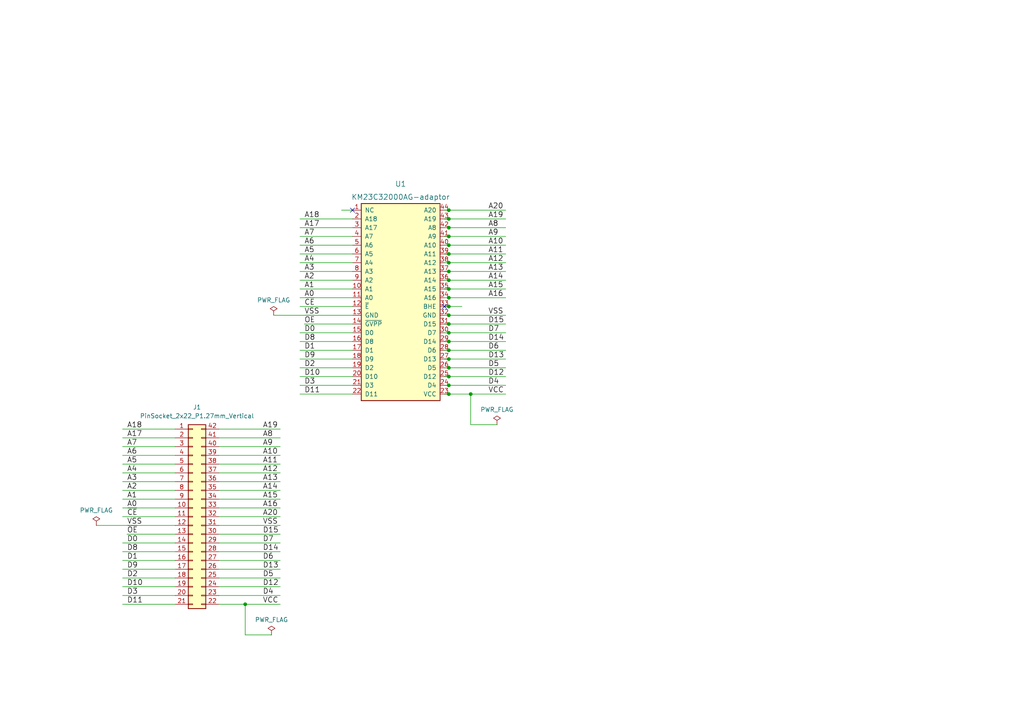
<source format=kicad_sch>
(kicad_sch (version 20211123) (generator eeschema)

  (uuid e63e39d7-6ac0-4ffd-8aa3-1841a4541b55)

  (paper "A4")

  (lib_symbols
    (symbol "Connector_Generic:Conn_02x21_Counter_Clockwise" (pin_names (offset 1.016) hide) (in_bom yes) (on_board yes)
      (property "Reference" "J" (id 0) (at 1.27 27.94 0)
        (effects (font (size 1.27 1.27)))
      )
      (property "Value" "Conn_02x21_Counter_Clockwise" (id 1) (at 1.27 -27.94 0)
        (effects (font (size 1.27 1.27)))
      )
      (property "Footprint" "" (id 2) (at 0 0 0)
        (effects (font (size 1.27 1.27)) hide)
      )
      (property "Datasheet" "~" (id 3) (at 0 0 0)
        (effects (font (size 1.27 1.27)) hide)
      )
      (property "ki_keywords" "connector" (id 4) (at 0 0 0)
        (effects (font (size 1.27 1.27)) hide)
      )
      (property "ki_description" "Generic connector, double row, 02x21, counter clockwise pin numbering scheme (similar to DIP packge numbering), script generated (kicad-library-utils/schlib/autogen/connector/)" (id 5) (at 0 0 0)
        (effects (font (size 1.27 1.27)) hide)
      )
      (property "ki_fp_filters" "Connector*:*_2x??_*" (id 6) (at 0 0 0)
        (effects (font (size 1.27 1.27)) hide)
      )
      (symbol "Conn_02x21_Counter_Clockwise_1_1"
        (rectangle (start -1.27 -25.273) (end 0 -25.527)
          (stroke (width 0.1524) (type default) (color 0 0 0 0))
          (fill (type none))
        )
        (rectangle (start -1.27 -22.733) (end 0 -22.987)
          (stroke (width 0.1524) (type default) (color 0 0 0 0))
          (fill (type none))
        )
        (rectangle (start -1.27 -20.193) (end 0 -20.447)
          (stroke (width 0.1524) (type default) (color 0 0 0 0))
          (fill (type none))
        )
        (rectangle (start -1.27 -17.653) (end 0 -17.907)
          (stroke (width 0.1524) (type default) (color 0 0 0 0))
          (fill (type none))
        )
        (rectangle (start -1.27 -15.113) (end 0 -15.367)
          (stroke (width 0.1524) (type default) (color 0 0 0 0))
          (fill (type none))
        )
        (rectangle (start -1.27 -12.573) (end 0 -12.827)
          (stroke (width 0.1524) (type default) (color 0 0 0 0))
          (fill (type none))
        )
        (rectangle (start -1.27 -10.033) (end 0 -10.287)
          (stroke (width 0.1524) (type default) (color 0 0 0 0))
          (fill (type none))
        )
        (rectangle (start -1.27 -7.493) (end 0 -7.747)
          (stroke (width 0.1524) (type default) (color 0 0 0 0))
          (fill (type none))
        )
        (rectangle (start -1.27 -4.953) (end 0 -5.207)
          (stroke (width 0.1524) (type default) (color 0 0 0 0))
          (fill (type none))
        )
        (rectangle (start -1.27 -2.413) (end 0 -2.667)
          (stroke (width 0.1524) (type default) (color 0 0 0 0))
          (fill (type none))
        )
        (rectangle (start -1.27 0.127) (end 0 -0.127)
          (stroke (width 0.1524) (type default) (color 0 0 0 0))
          (fill (type none))
        )
        (rectangle (start -1.27 2.667) (end 0 2.413)
          (stroke (width 0.1524) (type default) (color 0 0 0 0))
          (fill (type none))
        )
        (rectangle (start -1.27 5.207) (end 0 4.953)
          (stroke (width 0.1524) (type default) (color 0 0 0 0))
          (fill (type none))
        )
        (rectangle (start -1.27 7.747) (end 0 7.493)
          (stroke (width 0.1524) (type default) (color 0 0 0 0))
          (fill (type none))
        )
        (rectangle (start -1.27 10.287) (end 0 10.033)
          (stroke (width 0.1524) (type default) (color 0 0 0 0))
          (fill (type none))
        )
        (rectangle (start -1.27 12.827) (end 0 12.573)
          (stroke (width 0.1524) (type default) (color 0 0 0 0))
          (fill (type none))
        )
        (rectangle (start -1.27 15.367) (end 0 15.113)
          (stroke (width 0.1524) (type default) (color 0 0 0 0))
          (fill (type none))
        )
        (rectangle (start -1.27 17.907) (end 0 17.653)
          (stroke (width 0.1524) (type default) (color 0 0 0 0))
          (fill (type none))
        )
        (rectangle (start -1.27 20.447) (end 0 20.193)
          (stroke (width 0.1524) (type default) (color 0 0 0 0))
          (fill (type none))
        )
        (rectangle (start -1.27 22.987) (end 0 22.733)
          (stroke (width 0.1524) (type default) (color 0 0 0 0))
          (fill (type none))
        )
        (rectangle (start -1.27 25.527) (end 0 25.273)
          (stroke (width 0.1524) (type default) (color 0 0 0 0))
          (fill (type none))
        )
        (rectangle (start -1.27 26.67) (end 3.81 -26.67)
          (stroke (width 0.254) (type default) (color 0 0 0 0))
          (fill (type background))
        )
        (rectangle (start 3.81 -25.273) (end 2.54 -25.527)
          (stroke (width 0.1524) (type default) (color 0 0 0 0))
          (fill (type none))
        )
        (rectangle (start 3.81 -22.733) (end 2.54 -22.987)
          (stroke (width 0.1524) (type default) (color 0 0 0 0))
          (fill (type none))
        )
        (rectangle (start 3.81 -20.193) (end 2.54 -20.447)
          (stroke (width 0.1524) (type default) (color 0 0 0 0))
          (fill (type none))
        )
        (rectangle (start 3.81 -17.653) (end 2.54 -17.907)
          (stroke (width 0.1524) (type default) (color 0 0 0 0))
          (fill (type none))
        )
        (rectangle (start 3.81 -15.113) (end 2.54 -15.367)
          (stroke (width 0.1524) (type default) (color 0 0 0 0))
          (fill (type none))
        )
        (rectangle (start 3.81 -12.573) (end 2.54 -12.827)
          (stroke (width 0.1524) (type default) (color 0 0 0 0))
          (fill (type none))
        )
        (rectangle (start 3.81 -10.033) (end 2.54 -10.287)
          (stroke (width 0.1524) (type default) (color 0 0 0 0))
          (fill (type none))
        )
        (rectangle (start 3.81 -7.493) (end 2.54 -7.747)
          (stroke (width 0.1524) (type default) (color 0 0 0 0))
          (fill (type none))
        )
        (rectangle (start 3.81 -4.953) (end 2.54 -5.207)
          (stroke (width 0.1524) (type default) (color 0 0 0 0))
          (fill (type none))
        )
        (rectangle (start 3.81 -2.413) (end 2.54 -2.667)
          (stroke (width 0.1524) (type default) (color 0 0 0 0))
          (fill (type none))
        )
        (rectangle (start 3.81 0.127) (end 2.54 -0.127)
          (stroke (width 0.1524) (type default) (color 0 0 0 0))
          (fill (type none))
        )
        (rectangle (start 3.81 2.667) (end 2.54 2.413)
          (stroke (width 0.1524) (type default) (color 0 0 0 0))
          (fill (type none))
        )
        (rectangle (start 3.81 5.207) (end 2.54 4.953)
          (stroke (width 0.1524) (type default) (color 0 0 0 0))
          (fill (type none))
        )
        (rectangle (start 3.81 7.747) (end 2.54 7.493)
          (stroke (width 0.1524) (type default) (color 0 0 0 0))
          (fill (type none))
        )
        (rectangle (start 3.81 10.287) (end 2.54 10.033)
          (stroke (width 0.1524) (type default) (color 0 0 0 0))
          (fill (type none))
        )
        (rectangle (start 3.81 12.827) (end 2.54 12.573)
          (stroke (width 0.1524) (type default) (color 0 0 0 0))
          (fill (type none))
        )
        (rectangle (start 3.81 15.367) (end 2.54 15.113)
          (stroke (width 0.1524) (type default) (color 0 0 0 0))
          (fill (type none))
        )
        (rectangle (start 3.81 17.907) (end 2.54 17.653)
          (stroke (width 0.1524) (type default) (color 0 0 0 0))
          (fill (type none))
        )
        (rectangle (start 3.81 20.447) (end 2.54 20.193)
          (stroke (width 0.1524) (type default) (color 0 0 0 0))
          (fill (type none))
        )
        (rectangle (start 3.81 22.987) (end 2.54 22.733)
          (stroke (width 0.1524) (type default) (color 0 0 0 0))
          (fill (type none))
        )
        (rectangle (start 3.81 25.527) (end 2.54 25.273)
          (stroke (width 0.1524) (type default) (color 0 0 0 0))
          (fill (type none))
        )
        (pin passive line (at -5.08 25.4 0) (length 3.81)
          (name "Pin_1" (effects (font (size 1.27 1.27))))
          (number "1" (effects (font (size 1.27 1.27))))
        )
        (pin passive line (at -5.08 2.54 0) (length 3.81)
          (name "Pin_10" (effects (font (size 1.27 1.27))))
          (number "10" (effects (font (size 1.27 1.27))))
        )
        (pin passive line (at -5.08 0 0) (length 3.81)
          (name "Pin_11" (effects (font (size 1.27 1.27))))
          (number "11" (effects (font (size 1.27 1.27))))
        )
        (pin passive line (at -5.08 -2.54 0) (length 3.81)
          (name "Pin_12" (effects (font (size 1.27 1.27))))
          (number "12" (effects (font (size 1.27 1.27))))
        )
        (pin passive line (at -5.08 -5.08 0) (length 3.81)
          (name "Pin_13" (effects (font (size 1.27 1.27))))
          (number "13" (effects (font (size 1.27 1.27))))
        )
        (pin passive line (at -5.08 -7.62 0) (length 3.81)
          (name "Pin_14" (effects (font (size 1.27 1.27))))
          (number "14" (effects (font (size 1.27 1.27))))
        )
        (pin passive line (at -5.08 -10.16 0) (length 3.81)
          (name "Pin_15" (effects (font (size 1.27 1.27))))
          (number "15" (effects (font (size 1.27 1.27))))
        )
        (pin passive line (at -5.08 -12.7 0) (length 3.81)
          (name "Pin_16" (effects (font (size 1.27 1.27))))
          (number "16" (effects (font (size 1.27 1.27))))
        )
        (pin passive line (at -5.08 -15.24 0) (length 3.81)
          (name "Pin_17" (effects (font (size 1.27 1.27))))
          (number "17" (effects (font (size 1.27 1.27))))
        )
        (pin passive line (at -5.08 -17.78 0) (length 3.81)
          (name "Pin_18" (effects (font (size 1.27 1.27))))
          (number "18" (effects (font (size 1.27 1.27))))
        )
        (pin passive line (at -5.08 -20.32 0) (length 3.81)
          (name "Pin_19" (effects (font (size 1.27 1.27))))
          (number "19" (effects (font (size 1.27 1.27))))
        )
        (pin passive line (at -5.08 22.86 0) (length 3.81)
          (name "Pin_2" (effects (font (size 1.27 1.27))))
          (number "2" (effects (font (size 1.27 1.27))))
        )
        (pin passive line (at -5.08 -22.86 0) (length 3.81)
          (name "Pin_20" (effects (font (size 1.27 1.27))))
          (number "20" (effects (font (size 1.27 1.27))))
        )
        (pin passive line (at -5.08 -25.4 0) (length 3.81)
          (name "Pin_21" (effects (font (size 1.27 1.27))))
          (number "21" (effects (font (size 1.27 1.27))))
        )
        (pin passive line (at 7.62 -25.4 180) (length 3.81)
          (name "Pin_22" (effects (font (size 1.27 1.27))))
          (number "22" (effects (font (size 1.27 1.27))))
        )
        (pin passive line (at 7.62 -22.86 180) (length 3.81)
          (name "Pin_23" (effects (font (size 1.27 1.27))))
          (number "23" (effects (font (size 1.27 1.27))))
        )
        (pin passive line (at 7.62 -20.32 180) (length 3.81)
          (name "Pin_24" (effects (font (size 1.27 1.27))))
          (number "24" (effects (font (size 1.27 1.27))))
        )
        (pin passive line (at 7.62 -17.78 180) (length 3.81)
          (name "Pin_25" (effects (font (size 1.27 1.27))))
          (number "25" (effects (font (size 1.27 1.27))))
        )
        (pin passive line (at 7.62 -15.24 180) (length 3.81)
          (name "Pin_26" (effects (font (size 1.27 1.27))))
          (number "26" (effects (font (size 1.27 1.27))))
        )
        (pin passive line (at 7.62 -12.7 180) (length 3.81)
          (name "Pin_27" (effects (font (size 1.27 1.27))))
          (number "27" (effects (font (size 1.27 1.27))))
        )
        (pin passive line (at 7.62 -10.16 180) (length 3.81)
          (name "Pin_28" (effects (font (size 1.27 1.27))))
          (number "28" (effects (font (size 1.27 1.27))))
        )
        (pin passive line (at 7.62 -7.62 180) (length 3.81)
          (name "Pin_29" (effects (font (size 1.27 1.27))))
          (number "29" (effects (font (size 1.27 1.27))))
        )
        (pin passive line (at -5.08 20.32 0) (length 3.81)
          (name "Pin_3" (effects (font (size 1.27 1.27))))
          (number "3" (effects (font (size 1.27 1.27))))
        )
        (pin passive line (at 7.62 -5.08 180) (length 3.81)
          (name "Pin_30" (effects (font (size 1.27 1.27))))
          (number "30" (effects (font (size 1.27 1.27))))
        )
        (pin passive line (at 7.62 -2.54 180) (length 3.81)
          (name "Pin_31" (effects (font (size 1.27 1.27))))
          (number "31" (effects (font (size 1.27 1.27))))
        )
        (pin passive line (at 7.62 0 180) (length 3.81)
          (name "Pin_32" (effects (font (size 1.27 1.27))))
          (number "32" (effects (font (size 1.27 1.27))))
        )
        (pin passive line (at 7.62 2.54 180) (length 3.81)
          (name "Pin_33" (effects (font (size 1.27 1.27))))
          (number "33" (effects (font (size 1.27 1.27))))
        )
        (pin passive line (at 7.62 5.08 180) (length 3.81)
          (name "Pin_34" (effects (font (size 1.27 1.27))))
          (number "34" (effects (font (size 1.27 1.27))))
        )
        (pin passive line (at 7.62 7.62 180) (length 3.81)
          (name "Pin_35" (effects (font (size 1.27 1.27))))
          (number "35" (effects (font (size 1.27 1.27))))
        )
        (pin passive line (at 7.62 10.16 180) (length 3.81)
          (name "Pin_36" (effects (font (size 1.27 1.27))))
          (number "36" (effects (font (size 1.27 1.27))))
        )
        (pin passive line (at 7.62 12.7 180) (length 3.81)
          (name "Pin_37" (effects (font (size 1.27 1.27))))
          (number "37" (effects (font (size 1.27 1.27))))
        )
        (pin passive line (at 7.62 15.24 180) (length 3.81)
          (name "Pin_38" (effects (font (size 1.27 1.27))))
          (number "38" (effects (font (size 1.27 1.27))))
        )
        (pin passive line (at 7.62 17.78 180) (length 3.81)
          (name "Pin_39" (effects (font (size 1.27 1.27))))
          (number "39" (effects (font (size 1.27 1.27))))
        )
        (pin passive line (at -5.08 17.78 0) (length 3.81)
          (name "Pin_4" (effects (font (size 1.27 1.27))))
          (number "4" (effects (font (size 1.27 1.27))))
        )
        (pin passive line (at 7.62 20.32 180) (length 3.81)
          (name "Pin_40" (effects (font (size 1.27 1.27))))
          (number "40" (effects (font (size 1.27 1.27))))
        )
        (pin passive line (at 7.62 22.86 180) (length 3.81)
          (name "Pin_41" (effects (font (size 1.27 1.27))))
          (number "41" (effects (font (size 1.27 1.27))))
        )
        (pin passive line (at 7.62 25.4 180) (length 3.81)
          (name "Pin_42" (effects (font (size 1.27 1.27))))
          (number "42" (effects (font (size 1.27 1.27))))
        )
        (pin passive line (at -5.08 15.24 0) (length 3.81)
          (name "Pin_5" (effects (font (size 1.27 1.27))))
          (number "5" (effects (font (size 1.27 1.27))))
        )
        (pin passive line (at -5.08 12.7 0) (length 3.81)
          (name "Pin_6" (effects (font (size 1.27 1.27))))
          (number "6" (effects (font (size 1.27 1.27))))
        )
        (pin passive line (at -5.08 10.16 0) (length 3.81)
          (name "Pin_7" (effects (font (size 1.27 1.27))))
          (number "7" (effects (font (size 1.27 1.27))))
        )
        (pin passive line (at -5.08 7.62 0) (length 3.81)
          (name "Pin_8" (effects (font (size 1.27 1.27))))
          (number "8" (effects (font (size 1.27 1.27))))
        )
        (pin passive line (at -5.08 5.08 0) (length 3.81)
          (name "Pin_9" (effects (font (size 1.27 1.27))))
          (number "9" (effects (font (size 1.27 1.27))))
        )
      )
    )
    (symbol "TSOP-48-breakout-board:KM23C32000AG-adaptor" (pin_names (offset 1.016)) (in_bom yes) (on_board yes)
      (property "Reference" "U?" (id 0) (at -2.54 13.335 0)
        (effects (font (size 1.524 1.524)))
      )
      (property "Value" "KM23C32000AG-adaptor" (id 1) (at -2.54 -53.975 0)
        (effects (font (size 1.524 1.524)))
      )
      (property "Footprint" "Library:27C322 Adaptor" (id 2) (at 0 0 0)
        (effects (font (size 1.524 1.524)) hide)
      )
      (property "Datasheet" "" (id 3) (at 0 0 0)
        (effects (font (size 1.524 1.524)))
      )
      (symbol "KM23C32000AG-adaptor_0_0"
        (pin power_in line (at 11.43 -21.59 180) (length 2.54)
          (name "GND" (effects (font (size 1.27 1.27))))
          (number "32" (effects (font (size 1.27 1.27))))
        )
      )
      (symbol "KM23C32000AG-adaptor_1_1"
        (rectangle (start -13.97 10.795) (end 8.89 -46.355)
          (stroke (width 0.254) (type default) (color 0 0 0 0))
          (fill (type background))
        )
        (pin input line (at -16.51 8.89 0) (length 2.54)
          (name "NC" (effects (font (size 1.27 1.27))))
          (number "1" (effects (font (size 1.27 1.27))))
        )
        (pin input line (at -16.51 -13.97 0) (length 2.54)
          (name "A1" (effects (font (size 1.27 1.27))))
          (number "10" (effects (font (size 1.27 1.27))))
        )
        (pin input line (at -16.51 -16.51 0) (length 2.54)
          (name "A0" (effects (font (size 1.27 1.27))))
          (number "11" (effects (font (size 1.27 1.27))))
        )
        (pin input line (at -16.51 -19.05 0) (length 2.54)
          (name "~{E}" (effects (font (size 1.27 1.27))))
          (number "12" (effects (font (size 1.27 1.27))))
        )
        (pin power_in line (at -16.51 -21.59 0) (length 2.54)
          (name "GND" (effects (font (size 1.27 1.27))))
          (number "13" (effects (font (size 1.27 1.27))))
        )
        (pin input line (at -16.51 -24.13 0) (length 2.54)
          (name "~{GVPP}" (effects (font (size 1.27 1.27))))
          (number "14" (effects (font (size 1.27 1.27))))
        )
        (pin tri_state line (at -16.51 -26.67 0) (length 2.54)
          (name "D0" (effects (font (size 1.27 1.27))))
          (number "15" (effects (font (size 1.27 1.27))))
        )
        (pin tri_state line (at -16.51 -29.21 0) (length 2.54)
          (name "D8" (effects (font (size 1.27 1.27))))
          (number "16" (effects (font (size 1.27 1.27))))
        )
        (pin tri_state line (at -16.51 -31.75 0) (length 2.54)
          (name "D1" (effects (font (size 1.27 1.27))))
          (number "17" (effects (font (size 1.27 1.27))))
        )
        (pin tri_state line (at -16.51 -34.29 0) (length 2.54)
          (name "D9" (effects (font (size 1.27 1.27))))
          (number "18" (effects (font (size 1.27 1.27))))
        )
        (pin tri_state line (at -16.51 -36.83 0) (length 2.54)
          (name "D2" (effects (font (size 1.27 1.27))))
          (number "19" (effects (font (size 1.27 1.27))))
        )
        (pin input line (at -16.51 6.35 0) (length 2.54)
          (name "A18" (effects (font (size 1.27 1.27))))
          (number "2" (effects (font (size 1.27 1.27))))
        )
        (pin tri_state line (at -16.51 -39.37 0) (length 2.54)
          (name "D10" (effects (font (size 1.27 1.27))))
          (number "20" (effects (font (size 1.27 1.27))))
        )
        (pin tri_state line (at -16.51 -41.91 0) (length 2.54)
          (name "D3" (effects (font (size 1.27 1.27))))
          (number "21" (effects (font (size 1.27 1.27))))
        )
        (pin tri_state line (at -16.51 -44.45 0) (length 2.54)
          (name "D11" (effects (font (size 1.27 1.27))))
          (number "22" (effects (font (size 1.27 1.27))))
        )
        (pin power_in line (at 11.43 -44.45 180) (length 2.54)
          (name "VCC" (effects (font (size 1.27 1.27))))
          (number "23" (effects (font (size 1.27 1.27))))
        )
        (pin tri_state line (at 11.43 -41.91 180) (length 2.54)
          (name "D4" (effects (font (size 1.27 1.27))))
          (number "24" (effects (font (size 1.27 1.27))))
        )
        (pin tri_state line (at 11.43 -39.37 180) (length 2.54)
          (name "D12" (effects (font (size 1.27 1.27))))
          (number "25" (effects (font (size 1.27 1.27))))
        )
        (pin tri_state line (at 11.43 -36.83 180) (length 2.54)
          (name "D5" (effects (font (size 1.27 1.27))))
          (number "26" (effects (font (size 1.27 1.27))))
        )
        (pin tri_state line (at 11.43 -34.29 180) (length 2.54)
          (name "D13" (effects (font (size 1.27 1.27))))
          (number "27" (effects (font (size 1.27 1.27))))
        )
        (pin tri_state line (at 11.43 -31.75 180) (length 2.54)
          (name "D6" (effects (font (size 1.27 1.27))))
          (number "28" (effects (font (size 1.27 1.27))))
        )
        (pin tri_state line (at 11.43 -29.21 180) (length 2.54)
          (name "D14" (effects (font (size 1.27 1.27))))
          (number "29" (effects (font (size 1.27 1.27))))
        )
        (pin input line (at -16.51 3.81 0) (length 2.54)
          (name "A17" (effects (font (size 1.27 1.27))))
          (number "3" (effects (font (size 1.27 1.27))))
        )
        (pin tri_state line (at 11.43 -26.67 180) (length 2.54)
          (name "D7" (effects (font (size 1.27 1.27))))
          (number "30" (effects (font (size 1.27 1.27))))
        )
        (pin tri_state line (at 11.43 -24.13 180) (length 2.54)
          (name "D15" (effects (font (size 1.27 1.27))))
          (number "31" (effects (font (size 1.27 1.27))))
        )
        (pin input line (at 11.43 -19.05 180) (length 2.54)
          (name "BHE" (effects (font (size 1.27 1.27))))
          (number "33" (effects (font (size 1.27 1.27))))
        )
        (pin input line (at 11.43 -16.51 180) (length 2.54)
          (name "A16" (effects (font (size 1.27 1.27))))
          (number "34" (effects (font (size 1.27 1.27))))
        )
        (pin input line (at 11.43 -13.97 180) (length 2.54)
          (name "A15" (effects (font (size 1.27 1.27))))
          (number "35" (effects (font (size 1.27 1.27))))
        )
        (pin input line (at 11.43 -11.43 180) (length 2.54)
          (name "A14" (effects (font (size 1.27 1.27))))
          (number "36" (effects (font (size 1.27 1.27))))
        )
        (pin input line (at 11.43 -8.89 180) (length 2.54)
          (name "A13" (effects (font (size 1.27 1.27))))
          (number "37" (effects (font (size 1.27 1.27))))
        )
        (pin input line (at 11.43 -6.35 180) (length 2.54)
          (name "A12" (effects (font (size 1.27 1.27))))
          (number "38" (effects (font (size 1.27 1.27))))
        )
        (pin input line (at 11.43 -3.81 180) (length 2.54)
          (name "A11" (effects (font (size 1.27 1.27))))
          (number "39" (effects (font (size 1.27 1.27))))
        )
        (pin input line (at -16.51 1.27 0) (length 2.54)
          (name "A7" (effects (font (size 1.27 1.27))))
          (number "4" (effects (font (size 1.27 1.27))))
        )
        (pin input line (at 11.43 -1.27 180) (length 2.54)
          (name "A10" (effects (font (size 1.27 1.27))))
          (number "40" (effects (font (size 1.27 1.27))))
        )
        (pin input line (at 11.43 1.27 180) (length 2.54)
          (name "A9" (effects (font (size 1.27 1.27))))
          (number "41" (effects (font (size 1.27 1.27))))
        )
        (pin input line (at 11.43 3.81 180) (length 2.54)
          (name "A8" (effects (font (size 1.27 1.27))))
          (number "42" (effects (font (size 1.27 1.27))))
        )
        (pin input line (at 11.43 6.35 180) (length 2.54)
          (name "A19" (effects (font (size 1.27 1.27))))
          (number "43" (effects (font (size 1.27 1.27))))
        )
        (pin input line (at 11.43 8.89 180) (length 2.54)
          (name "A20" (effects (font (size 1.27 1.27))))
          (number "44" (effects (font (size 1.27 1.27))))
        )
        (pin input line (at -16.51 -1.27 0) (length 2.54)
          (name "A6" (effects (font (size 1.27 1.27))))
          (number "5" (effects (font (size 1.27 1.27))))
        )
        (pin input line (at -16.51 -3.81 0) (length 2.54)
          (name "A5" (effects (font (size 1.27 1.27))))
          (number "6" (effects (font (size 1.27 1.27))))
        )
        (pin input line (at -16.51 -6.35 0) (length 2.54)
          (name "A4" (effects (font (size 1.27 1.27))))
          (number "7" (effects (font (size 1.27 1.27))))
        )
        (pin input line (at -16.51 -8.89 0) (length 2.54)
          (name "A3" (effects (font (size 1.27 1.27))))
          (number "8" (effects (font (size 1.27 1.27))))
        )
        (pin input line (at -16.51 -11.43 0) (length 2.54)
          (name "A2" (effects (font (size 1.27 1.27))))
          (number "9" (effects (font (size 1.27 1.27))))
        )
      )
    )
    (symbol "power:PWR_FLAG" (power) (pin_numbers hide) (pin_names (offset 0) hide) (in_bom yes) (on_board yes)
      (property "Reference" "#FLG" (id 0) (at 0 1.905 0)
        (effects (font (size 1.27 1.27)) hide)
      )
      (property "Value" "PWR_FLAG" (id 1) (at 0 3.81 0)
        (effects (font (size 1.27 1.27)))
      )
      (property "Footprint" "" (id 2) (at 0 0 0)
        (effects (font (size 1.27 1.27)) hide)
      )
      (property "Datasheet" "~" (id 3) (at 0 0 0)
        (effects (font (size 1.27 1.27)) hide)
      )
      (property "ki_keywords" "power-flag" (id 4) (at 0 0 0)
        (effects (font (size 1.27 1.27)) hide)
      )
      (property "ki_description" "Special symbol for telling ERC where power comes from" (id 5) (at 0 0 0)
        (effects (font (size 1.27 1.27)) hide)
      )
      (symbol "PWR_FLAG_0_0"
        (pin power_out line (at 0 0 90) (length 0)
          (name "pwr" (effects (font (size 1.27 1.27))))
          (number "1" (effects (font (size 1.27 1.27))))
        )
      )
      (symbol "PWR_FLAG_0_1"
        (polyline
          (pts
            (xy 0 0)
            (xy 0 1.27)
            (xy -1.016 1.905)
            (xy 0 2.54)
            (xy 1.016 1.905)
            (xy 0 1.27)
          )
          (stroke (width 0) (type default) (color 0 0 0 0))
          (fill (type none))
        )
      )
    )
  )

  (junction (at 130.175 111.76) (diameter 0) (color 0 0 0 0)
    (uuid 0d788eea-beae-4fcb-8b0f-dddcb048d9ff)
  )
  (junction (at 130.175 106.68) (diameter 0) (color 0 0 0 0)
    (uuid 119d73b9-a1b9-4090-93e1-57bc31b7e854)
  )
  (junction (at 130.175 81.28) (diameter 0) (color 0 0 0 0)
    (uuid 152a3b91-c74e-4c26-af14-4fcb007bdd5b)
  )
  (junction (at 130.175 83.82) (diameter 0) (color 0 0 0 0)
    (uuid 23883d51-97eb-4964-ba57-a624f5ea1108)
  )
  (junction (at 130.175 96.52) (diameter 0) (color 0 0 0 0)
    (uuid 2a8827ca-005a-4e7d-bb9b-26af35941cb3)
  )
  (junction (at 130.175 104.14) (diameter 0) (color 0 0 0 0)
    (uuid 2f233c79-a146-44f5-b54e-a35a36db0adb)
  )
  (junction (at 130.175 78.74) (diameter 0) (color 0 0 0 0)
    (uuid 33d7912a-954e-41c6-b529-4b23c62975c2)
  )
  (junction (at 130.175 101.6) (diameter 0) (color 0 0 0 0)
    (uuid 3443ee32-8f1e-4112-89aa-bbcbbafe6f93)
  )
  (junction (at 130.175 109.22) (diameter 0) (color 0 0 0 0)
    (uuid 3461aa74-be68-4216-9efc-4f8c3abcd55f)
  )
  (junction (at 130.175 63.5) (diameter 0) (color 0 0 0 0)
    (uuid 3863ce8a-db3f-4e19-a96b-9f8fc2d88f12)
  )
  (junction (at 130.175 86.36) (diameter 0) (color 0 0 0 0)
    (uuid 38a14dad-81e9-4fe7-958e-fe567084cbae)
  )
  (junction (at 130.175 91.44) (diameter 0) (color 0 0 0 0)
    (uuid 3efd9e29-8990-4454-8ae0-32a1825f7beb)
  )
  (junction (at 130.175 114.3) (diameter 0) (color 0 0 0 0)
    (uuid 42958658-0661-4cd7-a114-65c13bd2ade7)
  )
  (junction (at 130.175 93.98) (diameter 0) (color 0 0 0 0)
    (uuid 568d3921-b2ad-4950-be38-c38f59c147d3)
  )
  (junction (at 130.175 66.04) (diameter 0) (color 0 0 0 0)
    (uuid 639edf37-cbda-4b91-bd9e-fc4c23a02810)
  )
  (junction (at 130.175 68.58) (diameter 0) (color 0 0 0 0)
    (uuid 688dd89b-aa2d-40cf-903f-a608833856de)
  )
  (junction (at 136.525 114.3) (diameter 0) (color 0 0 0 0)
    (uuid 81f50de5-42d1-44cf-b25a-cb924b46004e)
  )
  (junction (at 130.175 88.9) (diameter 0) (color 0 0 0 0)
    (uuid 856f3c2f-fb5e-4533-a42f-78558a55ee99)
  )
  (junction (at 130.175 71.12) (diameter 0) (color 0 0 0 0)
    (uuid 85af8f78-bb31-44d6-8b07-84c086a02848)
  )
  (junction (at 130.175 99.06) (diameter 0) (color 0 0 0 0)
    (uuid 8feb247d-d5c0-4398-a288-4058144cff16)
  )
  (junction (at 71.12 175.26) (diameter 0) (color 0 0 0 0)
    (uuid 91353742-117f-405a-bc61-d96121b5248f)
  )
  (junction (at 130.175 60.96) (diameter 0) (color 0 0 0 0)
    (uuid 9cf6bf1e-80f9-4ed5-821e-929152dad4e6)
  )
  (junction (at 130.175 76.2) (diameter 0) (color 0 0 0 0)
    (uuid b753d8fd-37e0-4218-863a-72c6a2d20976)
  )
  (junction (at 130.175 73.66) (diameter 0) (color 0 0 0 0)
    (uuid fd8cde2a-bbeb-4f08-b433-2fe7879a4b15)
  )

  (no_connect (at 128.905 88.9) (uuid 8d2b6b1c-4d5f-4c2a-bce2-14e4788e3fcf))
  (no_connect (at 102.235 60.96) (uuid ea0bda7c-7545-486b-844e-4e2c4e95639b))

  (wire (pts (xy 63.5 154.94) (xy 81.28 154.94))
    (stroke (width 0) (type default) (color 0 0 0 0))
    (uuid 0307e0be-a316-4752-ae73-57870694e473)
  )
  (wire (pts (xy 86.995 68.58) (xy 102.235 68.58))
    (stroke (width 0) (type default) (color 0 0 0 0))
    (uuid 0473fc60-ac23-4cd2-ae03-b5e80d54464b)
  )
  (wire (pts (xy 63.5 124.46) (xy 81.28 124.46))
    (stroke (width 0) (type default) (color 0 0 0 0))
    (uuid 078fb529-9c09-4d18-910e-33ba95c702da)
  )
  (wire (pts (xy 136.525 114.3) (xy 146.685 114.3))
    (stroke (width 0) (type default) (color 0 0 0 0))
    (uuid 0c88762a-fc10-4831-812f-7a7cc2e1e423)
  )
  (wire (pts (xy 86.995 66.04) (xy 102.235 66.04))
    (stroke (width 0) (type default) (color 0 0 0 0))
    (uuid 0d749c8f-bed6-4499-a73f-fac37388788a)
  )
  (wire (pts (xy 86.995 81.28) (xy 102.235 81.28))
    (stroke (width 0) (type default) (color 0 0 0 0))
    (uuid 0dc98e12-edf6-495d-8fac-33065c6b0597)
  )
  (wire (pts (xy 128.905 63.5) (xy 130.175 63.5))
    (stroke (width 0) (type default) (color 0 0 0 0))
    (uuid 0f9c3db1-94d8-41b2-860a-a0d456391f5a)
  )
  (wire (pts (xy 63.5 144.78) (xy 81.28 144.78))
    (stroke (width 0) (type default) (color 0 0 0 0))
    (uuid 0fc74770-09e8-4d3a-ac08-ba0ed8364ad9)
  )
  (wire (pts (xy 86.995 101.6) (xy 102.235 101.6))
    (stroke (width 0) (type default) (color 0 0 0 0))
    (uuid 158dc391-a8b6-4112-9f13-07170b84b962)
  )
  (wire (pts (xy 63.5 149.86) (xy 81.28 149.86))
    (stroke (width 0) (type default) (color 0 0 0 0))
    (uuid 1620fd33-cc62-4ab8-ad39-2d4636141dd7)
  )
  (wire (pts (xy 63.5 132.08) (xy 81.28 132.08))
    (stroke (width 0) (type default) (color 0 0 0 0))
    (uuid 1c80eb2d-c5bf-4dee-b1d9-c485bbbb4b0f)
  )
  (wire (pts (xy 128.905 60.96) (xy 130.175 60.96))
    (stroke (width 0) (type default) (color 0 0 0 0))
    (uuid 1e592ea5-2fb9-4aec-9312-a56ce145fb73)
  )
  (wire (pts (xy 35.56 162.56) (xy 50.8 162.56))
    (stroke (width 0) (type default) (color 0 0 0 0))
    (uuid 20a80bcf-1a0f-4ac9-ba3d-e807ecfc88f0)
  )
  (wire (pts (xy 130.175 88.9) (xy 128.905 88.9))
    (stroke (width 0) (type default) (color 0 0 0 0))
    (uuid 20afeb6b-e89b-4a86-b8c3-247e1331790d)
  )
  (wire (pts (xy 130.175 101.6) (xy 146.685 101.6))
    (stroke (width 0) (type default) (color 0 0 0 0))
    (uuid 21dd90fe-7e9c-48c6-9676-b3c5d584c6fc)
  )
  (wire (pts (xy 86.995 63.5) (xy 102.235 63.5))
    (stroke (width 0) (type default) (color 0 0 0 0))
    (uuid 2242246c-b888-4284-826d-c81395e54110)
  )
  (wire (pts (xy 86.995 111.76) (xy 102.235 111.76))
    (stroke (width 0) (type default) (color 0 0 0 0))
    (uuid 23983f87-e93a-4617-9a84-35bac88f477b)
  )
  (wire (pts (xy 71.12 184.15) (xy 71.12 175.26))
    (stroke (width 0) (type default) (color 0 0 0 0))
    (uuid 2812c426-c9c2-4ac7-baae-61bb004a5bcc)
  )
  (wire (pts (xy 86.995 109.22) (xy 102.235 109.22))
    (stroke (width 0) (type default) (color 0 0 0 0))
    (uuid 2971446e-5c97-4562-bc8c-d322c160fc35)
  )
  (wire (pts (xy 128.905 76.2) (xy 130.175 76.2))
    (stroke (width 0) (type default) (color 0 0 0 0))
    (uuid 2a4a4f16-c544-4ba9-8dd1-179b8562c41a)
  )
  (wire (pts (xy 63.5 142.24) (xy 81.28 142.24))
    (stroke (width 0) (type default) (color 0 0 0 0))
    (uuid 2de5ce70-084b-4b0a-9e79-eb0e96141aa3)
  )
  (wire (pts (xy 130.175 83.82) (xy 146.685 83.82))
    (stroke (width 0) (type default) (color 0 0 0 0))
    (uuid 34659742-6218-4762-b2e2-b3c46daf4979)
  )
  (wire (pts (xy 50.8 124.46) (xy 35.56 124.46))
    (stroke (width 0) (type default) (color 0 0 0 0))
    (uuid 34a526c8-89af-49b0-bb9b-056987bc110c)
  )
  (wire (pts (xy 35.56 165.1) (xy 50.8 165.1))
    (stroke (width 0) (type default) (color 0 0 0 0))
    (uuid 36eb5514-bc93-4d5d-9bd7-ad2b362660c6)
  )
  (wire (pts (xy 128.905 66.04) (xy 130.175 66.04))
    (stroke (width 0) (type default) (color 0 0 0 0))
    (uuid 39e462bb-efbc-422c-8369-63ceccf0dd11)
  )
  (wire (pts (xy 63.5 134.62) (xy 81.28 134.62))
    (stroke (width 0) (type default) (color 0 0 0 0))
    (uuid 3b8700d8-bc77-45b0-ae75-05fc43aa6f9b)
  )
  (wire (pts (xy 86.995 76.2) (xy 102.235 76.2))
    (stroke (width 0) (type default) (color 0 0 0 0))
    (uuid 3d141843-40ba-4eb2-bba3-a7420d01461f)
  )
  (wire (pts (xy 63.5 127) (xy 81.28 127))
    (stroke (width 0) (type default) (color 0 0 0 0))
    (uuid 3f70e2d9-07f9-4e4d-9999-7fdfa4df2033)
  )
  (wire (pts (xy 130.175 106.68) (xy 146.685 106.68))
    (stroke (width 0) (type default) (color 0 0 0 0))
    (uuid 4487dd83-9573-4f7a-81c6-6d3e739ed09e)
  )
  (wire (pts (xy 63.5 160.02) (xy 81.28 160.02))
    (stroke (width 0) (type default) (color 0 0 0 0))
    (uuid 459f38cf-2220-4384-83bd-b6892a653eb4)
  )
  (wire (pts (xy 130.175 68.58) (xy 146.685 68.58))
    (stroke (width 0) (type default) (color 0 0 0 0))
    (uuid 477f1710-e6ac-4c5e-aa42-61e010ddaf79)
  )
  (wire (pts (xy 36.83 154.94) (xy 50.8 154.94))
    (stroke (width 0) (type default) (color 0 0 0 0))
    (uuid 4de21ecd-0186-4af2-8afc-13909582321c)
  )
  (wire (pts (xy 130.175 96.52) (xy 146.685 96.52))
    (stroke (width 0) (type default) (color 0 0 0 0))
    (uuid 511664df-ee59-4473-9006-8013417e4409)
  )
  (wire (pts (xy 86.995 73.66) (xy 102.235 73.66))
    (stroke (width 0) (type default) (color 0 0 0 0))
    (uuid 51c00265-a7cf-4cb4-a137-14632db81caf)
  )
  (wire (pts (xy 128.905 96.52) (xy 130.175 96.52))
    (stroke (width 0) (type default) (color 0 0 0 0))
    (uuid 5456126b-fd97-4f31-ba73-1eae38bac7da)
  )
  (wire (pts (xy 144.145 123.19) (xy 136.525 123.19))
    (stroke (width 0) (type default) (color 0 0 0 0))
    (uuid 56fc4181-4b09-4813-b446-c65cc2a1084c)
  )
  (wire (pts (xy 130.175 86.36) (xy 146.685 86.36))
    (stroke (width 0) (type default) (color 0 0 0 0))
    (uuid 57fc1c0b-ef90-45ca-83a6-5da091046453)
  )
  (wire (pts (xy 128.905 93.98) (xy 130.175 93.98))
    (stroke (width 0) (type default) (color 0 0 0 0))
    (uuid 58f39f04-32b5-4f45-b92c-9a714e153705)
  )
  (wire (pts (xy 86.995 83.82) (xy 102.235 83.82))
    (stroke (width 0) (type default) (color 0 0 0 0))
    (uuid 5984c5c1-bb5a-40c4-abd1-e1141b54f3d1)
  )
  (wire (pts (xy 63.5 157.48) (xy 81.28 157.48))
    (stroke (width 0) (type default) (color 0 0 0 0))
    (uuid 5e92f9d6-01ac-4959-84cd-916aac1078c2)
  )
  (wire (pts (xy 63.5 129.54) (xy 81.28 129.54))
    (stroke (width 0) (type default) (color 0 0 0 0))
    (uuid 5ef153e9-4c86-4384-a35d-da8383442852)
  )
  (wire (pts (xy 130.175 73.66) (xy 146.685 73.66))
    (stroke (width 0) (type default) (color 0 0 0 0))
    (uuid 5fec3cef-cc01-4550-b4cd-05d349015fec)
  )
  (wire (pts (xy 86.995 71.12) (xy 102.235 71.12))
    (stroke (width 0) (type default) (color 0 0 0 0))
    (uuid 5ff5af3c-8605-4d8d-a43e-752ef490c614)
  )
  (wire (pts (xy 35.56 139.7) (xy 50.8 139.7))
    (stroke (width 0) (type default) (color 0 0 0 0))
    (uuid 60d19037-e980-4079-ae03-4076b63d702f)
  )
  (wire (pts (xy 128.905 86.36) (xy 130.175 86.36))
    (stroke (width 0) (type default) (color 0 0 0 0))
    (uuid 66e213d5-1706-4318-9c74-bf19b5488c1f)
  )
  (wire (pts (xy 63.5 152.4) (xy 81.28 152.4))
    (stroke (width 0) (type default) (color 0 0 0 0))
    (uuid 6a75125f-5be3-49ba-a902-552d6cfc3f67)
  )
  (wire (pts (xy 63.5 172.72) (xy 81.28 172.72))
    (stroke (width 0) (type default) (color 0 0 0 0))
    (uuid 70300e91-dac4-43a9-80e8-3f1bd2d98bef)
  )
  (wire (pts (xy 133.985 88.9) (xy 130.175 88.9))
    (stroke (width 0) (type default) (color 0 0 0 0))
    (uuid 715b2036-ff4c-4148-94d5-ac34085833ac)
  )
  (wire (pts (xy 128.905 73.66) (xy 130.175 73.66))
    (stroke (width 0) (type default) (color 0 0 0 0))
    (uuid 743104cb-f5cf-4455-9f6c-eb7db7480be5)
  )
  (wire (pts (xy 130.175 76.2) (xy 146.685 76.2))
    (stroke (width 0) (type default) (color 0 0 0 0))
    (uuid 77829c53-b9ed-41d7-bffb-a298e5727b5e)
  )
  (wire (pts (xy 86.995 86.36) (xy 102.235 86.36))
    (stroke (width 0) (type default) (color 0 0 0 0))
    (uuid 782cfcc4-c734-469f-9924-e904a1ffc645)
  )
  (wire (pts (xy 27.94 152.4) (xy 50.8 152.4))
    (stroke (width 0) (type default) (color 0 0 0 0))
    (uuid 79734c52-e651-47cc-b591-f1bd11880add)
  )
  (wire (pts (xy 86.995 104.14) (xy 102.235 104.14))
    (stroke (width 0) (type default) (color 0 0 0 0))
    (uuid 7d425d7b-466a-4f11-9426-1b60d8841dd2)
  )
  (wire (pts (xy 63.5 147.32) (xy 81.28 147.32))
    (stroke (width 0) (type default) (color 0 0 0 0))
    (uuid 7f0e2e12-9e9d-4b51-a6c7-50c4e48c88a3)
  )
  (wire (pts (xy 35.56 149.86) (xy 50.8 149.86))
    (stroke (width 0) (type default) (color 0 0 0 0))
    (uuid 8162db35-eef7-41df-8ccf-e0f03e98d802)
  )
  (wire (pts (xy 35.56 170.18) (xy 50.8 170.18))
    (stroke (width 0) (type default) (color 0 0 0 0))
    (uuid 81ca47da-ba52-4091-8a25-d1355c4f855f)
  )
  (wire (pts (xy 130.175 99.06) (xy 146.685 99.06))
    (stroke (width 0) (type default) (color 0 0 0 0))
    (uuid 822ccb8d-1cb7-4087-bdba-8c4cbce7f3d2)
  )
  (wire (pts (xy 130.175 91.44) (xy 146.685 91.44))
    (stroke (width 0) (type default) (color 0 0 0 0))
    (uuid 87c52d80-9ce6-4d7f-8d07-1425cce3bc24)
  )
  (wire (pts (xy 128.905 83.82) (xy 130.175 83.82))
    (stroke (width 0) (type default) (color 0 0 0 0))
    (uuid 8b05312a-37a4-4ef7-a093-fd92e2a0f966)
  )
  (wire (pts (xy 35.56 147.32) (xy 50.8 147.32))
    (stroke (width 0) (type default) (color 0 0 0 0))
    (uuid 8b2c5302-324f-47e1-b91a-7dece5ff91d3)
  )
  (wire (pts (xy 130.175 71.12) (xy 146.685 71.12))
    (stroke (width 0) (type default) (color 0 0 0 0))
    (uuid 8d5b23bd-6712-430d-8d87-36fe40b151e4)
  )
  (wire (pts (xy 128.905 78.74) (xy 130.175 78.74))
    (stroke (width 0) (type default) (color 0 0 0 0))
    (uuid 8eb42516-9606-46a9-822c-c64c4b33ee68)
  )
  (wire (pts (xy 35.56 137.16) (xy 50.8 137.16))
    (stroke (width 0) (type default) (color 0 0 0 0))
    (uuid 8ed4e83e-8023-475a-a1d4-c11b08bbcd05)
  )
  (wire (pts (xy 63.5 175.26) (xy 71.12 175.26))
    (stroke (width 0) (type default) (color 0 0 0 0))
    (uuid 90cf4851-d99a-430e-8b20-7f9ce905cc79)
  )
  (wire (pts (xy 63.5 165.1) (xy 81.28 165.1))
    (stroke (width 0) (type default) (color 0 0 0 0))
    (uuid 929ee36a-a698-465f-b27c-751493c53360)
  )
  (wire (pts (xy 128.905 106.68) (xy 130.175 106.68))
    (stroke (width 0) (type default) (color 0 0 0 0))
    (uuid 936bccb7-ea50-4d38-9e3d-2363343fcbdb)
  )
  (wire (pts (xy 99.06 60.96) (xy 102.235 60.96))
    (stroke (width 0) (type default) (color 0 0 0 0))
    (uuid 95180892-14d4-4e21-84e2-ea804e5fbd51)
  )
  (wire (pts (xy 128.905 71.12) (xy 130.175 71.12))
    (stroke (width 0) (type default) (color 0 0 0 0))
    (uuid 9743a760-1eb2-46a5-99fe-7332617e342a)
  )
  (wire (pts (xy 86.995 106.68) (xy 102.235 106.68))
    (stroke (width 0) (type default) (color 0 0 0 0))
    (uuid 9a764bb6-38f6-4079-835d-4e834499a1d0)
  )
  (wire (pts (xy 130.175 104.14) (xy 146.685 104.14))
    (stroke (width 0) (type default) (color 0 0 0 0))
    (uuid 9d79be1a-c6f6-42cc-9a82-777f90c29ace)
  )
  (wire (pts (xy 130.175 114.3) (xy 136.525 114.3))
    (stroke (width 0) (type default) (color 0 0 0 0))
    (uuid 9f75fc0c-4c13-482d-87aa-50503b198cb5)
  )
  (wire (pts (xy 86.995 78.74) (xy 102.235 78.74))
    (stroke (width 0) (type default) (color 0 0 0 0))
    (uuid 9f907299-a522-4077-8a8a-b6c7483664e8)
  )
  (wire (pts (xy 35.56 144.78) (xy 50.8 144.78))
    (stroke (width 0) (type default) (color 0 0 0 0))
    (uuid a2492d99-82c6-437e-b19a-ccea0019369d)
  )
  (wire (pts (xy 79.375 91.44) (xy 102.235 91.44))
    (stroke (width 0) (type default) (color 0 0 0 0))
    (uuid aa420d12-2453-40a4-bf06-73b643512b8b)
  )
  (wire (pts (xy 63.5 162.56) (xy 81.28 162.56))
    (stroke (width 0) (type default) (color 0 0 0 0))
    (uuid aaf8472b-212e-4e9a-acf5-a76283fd5512)
  )
  (wire (pts (xy 86.995 99.06) (xy 102.235 99.06))
    (stroke (width 0) (type default) (color 0 0 0 0))
    (uuid aefa2033-d1bb-4741-a40b-6f1e9046ca77)
  )
  (wire (pts (xy 128.905 109.22) (xy 130.175 109.22))
    (stroke (width 0) (type default) (color 0 0 0 0))
    (uuid af18bc41-0348-41e4-ab79-ffa717cb050f)
  )
  (wire (pts (xy 130.175 60.96) (xy 146.685 60.96))
    (stroke (width 0) (type default) (color 0 0 0 0))
    (uuid b10d366d-339f-4fe5-bf01-3d2109483855)
  )
  (wire (pts (xy 128.905 68.58) (xy 130.175 68.58))
    (stroke (width 0) (type default) (color 0 0 0 0))
    (uuid b1de99b3-013e-42dd-8c95-991e438a2608)
  )
  (wire (pts (xy 35.56 129.54) (xy 50.8 129.54))
    (stroke (width 0) (type default) (color 0 0 0 0))
    (uuid b5264ee4-724e-4c46-a01d-d41a2f30fc9e)
  )
  (wire (pts (xy 128.905 104.14) (xy 130.175 104.14))
    (stroke (width 0) (type default) (color 0 0 0 0))
    (uuid b6af2c97-59ef-477e-91a7-7276be08fb6f)
  )
  (wire (pts (xy 130.175 81.28) (xy 146.685 81.28))
    (stroke (width 0) (type default) (color 0 0 0 0))
    (uuid b79359c2-24a3-4237-baaa-6a9688494ba0)
  )
  (wire (pts (xy 128.905 111.76) (xy 130.175 111.76))
    (stroke (width 0) (type default) (color 0 0 0 0))
    (uuid b794321a-4b70-45b9-942b-57593851d205)
  )
  (wire (pts (xy 78.74 184.15) (xy 71.12 184.15))
    (stroke (width 0) (type default) (color 0 0 0 0))
    (uuid bbc41508-71ec-4d11-b445-c37fd6c774e3)
  )
  (wire (pts (xy 130.175 93.98) (xy 146.685 93.98))
    (stroke (width 0) (type default) (color 0 0 0 0))
    (uuid be7b111e-40da-4b07-b354-52ba863273f5)
  )
  (wire (pts (xy 63.5 137.16) (xy 81.28 137.16))
    (stroke (width 0) (type default) (color 0 0 0 0))
    (uuid c090ecfd-893a-4524-8136-f937d5e0e068)
  )
  (wire (pts (xy 128.905 101.6) (xy 130.175 101.6))
    (stroke (width 0) (type default) (color 0 0 0 0))
    (uuid c11b9017-ccfe-4c7d-a9f8-3ab19fef0769)
  )
  (wire (pts (xy 86.995 88.9) (xy 102.235 88.9))
    (stroke (width 0) (type default) (color 0 0 0 0))
    (uuid c44cef0e-4e43-47a9-bcb2-4329458b375e)
  )
  (wire (pts (xy 130.175 78.74) (xy 146.685 78.74))
    (stroke (width 0) (type default) (color 0 0 0 0))
    (uuid c4a276f1-c214-498d-9669-960f1993781f)
  )
  (wire (pts (xy 86.995 96.52) (xy 102.235 96.52))
    (stroke (width 0) (type default) (color 0 0 0 0))
    (uuid c70bf85e-b1ea-4376-8a75-00aa983c6f19)
  )
  (wire (pts (xy 128.905 99.06) (xy 130.175 99.06))
    (stroke (width 0) (type default) (color 0 0 0 0))
    (uuid c714b858-f9b8-4651-9ae3-d01ac0ff3c38)
  )
  (wire (pts (xy 63.5 167.64) (xy 81.28 167.64))
    (stroke (width 0) (type default) (color 0 0 0 0))
    (uuid c7f2b31c-67ae-4f3f-997e-06ee26673eaf)
  )
  (wire (pts (xy 128.905 114.3) (xy 130.175 114.3))
    (stroke (width 0) (type default) (color 0 0 0 0))
    (uuid c97f05e2-2381-4493-8691-5ec8a23b826e)
  )
  (wire (pts (xy 130.175 66.04) (xy 146.685 66.04))
    (stroke (width 0) (type default) (color 0 0 0 0))
    (uuid cc3ca851-911a-452e-bb30-1d46e0ca8e85)
  )
  (wire (pts (xy 35.56 132.08) (xy 50.8 132.08))
    (stroke (width 0) (type default) (color 0 0 0 0))
    (uuid cd956cb0-f274-4888-ba7d-e75878d69ae7)
  )
  (wire (pts (xy 35.56 134.62) (xy 50.8 134.62))
    (stroke (width 0) (type default) (color 0 0 0 0))
    (uuid d33c77f5-d087-4ad0-8a13-dc45a2173c13)
  )
  (wire (pts (xy 136.525 123.19) (xy 136.525 114.3))
    (stroke (width 0) (type default) (color 0 0 0 0))
    (uuid d81305c4-36d2-4188-b6bf-95d49c4b3d30)
  )
  (wire (pts (xy 35.56 142.24) (xy 50.8 142.24))
    (stroke (width 0) (type default) (color 0 0 0 0))
    (uuid e1086bbe-2118-42e8-87e1-8513a7ff26ec)
  )
  (wire (pts (xy 130.175 111.76) (xy 146.685 111.76))
    (stroke (width 0) (type default) (color 0 0 0 0))
    (uuid e1a633b4-11af-4e79-a26a-8165ebeefc19)
  )
  (wire (pts (xy 88.265 93.98) (xy 102.235 93.98))
    (stroke (width 0) (type default) (color 0 0 0 0))
    (uuid e409164d-c4ac-402a-8be0-861be2c265dc)
  )
  (wire (pts (xy 35.56 172.72) (xy 50.8 172.72))
    (stroke (width 0) (type default) (color 0 0 0 0))
    (uuid e70c3e21-7b47-4aa6-b7bd-9325878ee7e5)
  )
  (wire (pts (xy 63.5 170.18) (xy 81.28 170.18))
    (stroke (width 0) (type default) (color 0 0 0 0))
    (uuid e843be77-0a35-40c2-b798-b0c6bf0f24db)
  )
  (wire (pts (xy 130.175 109.22) (xy 146.685 109.22))
    (stroke (width 0) (type default) (color 0 0 0 0))
    (uuid e8db81c6-7fda-43e4-b014-b970c9333972)
  )
  (wire (pts (xy 86.995 114.3) (xy 102.235 114.3))
    (stroke (width 0) (type default) (color 0 0 0 0))
    (uuid e9b7b0ae-67df-4328-9933-8ce9b1a52f32)
  )
  (wire (pts (xy 128.905 81.28) (xy 130.175 81.28))
    (stroke (width 0) (type default) (color 0 0 0 0))
    (uuid e9eb5e72-caa4-4935-963c-93fe96c3f6c9)
  )
  (wire (pts (xy 71.12 175.26) (xy 81.28 175.26))
    (stroke (width 0) (type default) (color 0 0 0 0))
    (uuid ecf2d151-7ead-4d20-8efa-4055e965ae31)
  )
  (wire (pts (xy 130.175 63.5) (xy 146.685 63.5))
    (stroke (width 0) (type default) (color 0 0 0 0))
    (uuid f35c1ba0-f2bc-474f-9187-d4393232f33c)
  )
  (wire (pts (xy 128.905 91.44) (xy 130.175 91.44))
    (stroke (width 0) (type default) (color 0 0 0 0))
    (uuid f4093e0c-fbf4-41f2-a65a-2ab783c22908)
  )
  (wire (pts (xy 35.56 160.02) (xy 50.8 160.02))
    (stroke (width 0) (type default) (color 0 0 0 0))
    (uuid f47f0550-c75b-46e9-949d-aaf27fc272f8)
  )
  (wire (pts (xy 35.56 157.48) (xy 50.8 157.48))
    (stroke (width 0) (type default) (color 0 0 0 0))
    (uuid f4d1ed73-7265-44e3-8a22-b023f448a966)
  )
  (wire (pts (xy 35.56 175.26) (xy 50.8 175.26))
    (stroke (width 0) (type default) (color 0 0 0 0))
    (uuid f6eb0367-e01b-489a-bfe5-10b3dcf6b1bb)
  )
  (wire (pts (xy 63.5 139.7) (xy 81.28 139.7))
    (stroke (width 0) (type default) (color 0 0 0 0))
    (uuid f8cb3191-6969-4494-943b-c522d465d935)
  )
  (wire (pts (xy 35.56 127) (xy 50.8 127))
    (stroke (width 0) (type default) (color 0 0 0 0))
    (uuid facd843e-a520-4146-8a2e-4a5b88a48271)
  )
  (wire (pts (xy 35.56 167.64) (xy 50.8 167.64))
    (stroke (width 0) (type default) (color 0 0 0 0))
    (uuid fbc82066-a1f4-4573-8e93-cc0642e71609)
  )

  (label "D14" (at 141.605 99.06 0)
    (effects (font (size 1.524 1.524)) (justify left bottom))
    (uuid 0006e3cc-bed9-4630-9d41-e72ccf9a365a)
  )
  (label "A6" (at 88.265 71.12 0)
    (effects (font (size 1.524 1.524)) (justify left bottom))
    (uuid 03fc2de9-6c28-4dcc-89df-c0051da9b616)
  )
  (label "A7" (at 36.83 129.54 0)
    (effects (font (size 1.524 1.524)) (justify left bottom))
    (uuid 056d9680-fa9d-4756-b3d5-8138e6c54dab)
  )
  (label "D8" (at 88.265 99.06 0)
    (effects (font (size 1.524 1.524)) (justify left bottom))
    (uuid 095d9d46-c22c-432f-9ad6-59c8cbc9656c)
  )
  (label "VCC" (at 76.2 175.26 0)
    (effects (font (size 1.524 1.524)) (justify left bottom))
    (uuid 09965d8f-7559-4265-8aa0-00a4429e96b0)
  )
  (label "A11" (at 141.605 73.66 0)
    (effects (font (size 1.524 1.524)) (justify left bottom))
    (uuid 1aa3dc43-0235-48f4-bf5b-52f0187a82af)
  )
  (label "A7" (at 88.265 68.58 0)
    (effects (font (size 1.524 1.524)) (justify left bottom))
    (uuid 1edfdc62-40cc-4269-b24c-415f44a99561)
  )
  (label "D1" (at 36.83 162.56 0)
    (effects (font (size 1.524 1.524)) (justify left bottom))
    (uuid 1ee6bb9b-8569-48d2-8cb2-12fed6d405b4)
  )
  (label "A9" (at 141.605 68.58 0)
    (effects (font (size 1.524 1.524)) (justify left bottom))
    (uuid 1f4f62d1-48cf-4764-859c-4b69361b621b)
  )
  (label "A9" (at 76.2 129.54 0)
    (effects (font (size 1.524 1.524)) (justify left bottom))
    (uuid 21af2d3c-2f93-4d3f-a8c4-6fc2d1587ade)
  )
  (label "D12" (at 141.605 109.22 0)
    (effects (font (size 1.524 1.524)) (justify left bottom))
    (uuid 245e64ae-e98c-4ec1-9030-6ee66b85c251)
  )
  (label "D6" (at 141.605 101.6 0)
    (effects (font (size 1.524 1.524)) (justify left bottom))
    (uuid 2485965f-e01f-4a41-a329-1249061744cd)
  )
  (label "A16" (at 76.2 147.32 0)
    (effects (font (size 1.524 1.524)) (justify left bottom))
    (uuid 28da97a3-4d17-4d75-9eb8-27674060cd43)
  )
  (label "D4" (at 141.605 111.76 0)
    (effects (font (size 1.524 1.524)) (justify left bottom))
    (uuid 2999d457-c757-4e78-8514-ce130bcb99cf)
  )
  (label "A12" (at 76.2 137.16 0)
    (effects (font (size 1.524 1.524)) (justify left bottom))
    (uuid 29a1ca5e-afdd-4153-bcb8-14225c69e7af)
  )
  (label "A1" (at 88.265 83.82 0)
    (effects (font (size 1.524 1.524)) (justify left bottom))
    (uuid 2fa1a25f-2296-4dc4-ad0e-b7db625c6c94)
  )
  (label "D3" (at 36.83 172.72 0)
    (effects (font (size 1.524 1.524)) (justify left bottom))
    (uuid 30a3db46-6194-4418-aa7b-90273c2f17a3)
  )
  (label "A14" (at 76.2 142.24 0)
    (effects (font (size 1.524 1.524)) (justify left bottom))
    (uuid 3482b387-e3b1-4dd0-b4bb-f9a5a2df531f)
  )
  (label "A11" (at 76.2 134.62 0)
    (effects (font (size 1.524 1.524)) (justify left bottom))
    (uuid 3553b221-f9ea-46dc-ae69-835b90b4ad53)
  )
  (label "D4" (at 76.2 172.72 0)
    (effects (font (size 1.524 1.524)) (justify left bottom))
    (uuid 3936f68a-4645-4cee-9741-c4d50370e28d)
  )
  (label "D10" (at 88.265 109.22 0)
    (effects (font (size 1.524 1.524)) (justify left bottom))
    (uuid 438ea1fb-8c9d-4bea-8adf-7496a942dffe)
  )
  (label "A2" (at 36.83 142.24 0)
    (effects (font (size 1.524 1.524)) (justify left bottom))
    (uuid 454d0077-83e1-4f30-9e02-e7404e853e30)
  )
  (label "D5" (at 141.605 106.68 0)
    (effects (font (size 1.524 1.524)) (justify left bottom))
    (uuid 46e19534-fb2e-452c-a04b-74f7824eaffe)
  )
  (label "D9" (at 88.265 104.14 0)
    (effects (font (size 1.524 1.524)) (justify left bottom))
    (uuid 49b8c27b-aa13-4c0f-8844-99a4e3f2d7ef)
  )
  (label "D3" (at 88.265 111.76 0)
    (effects (font (size 1.524 1.524)) (justify left bottom))
    (uuid 4a315c91-7fec-4040-98e7-3016aa513082)
  )
  (label "D2" (at 36.83 167.64 0)
    (effects (font (size 1.524 1.524)) (justify left bottom))
    (uuid 5113949b-d995-49d2-857e-d155ad37b022)
  )
  (label "A3" (at 88.265 78.74 0)
    (effects (font (size 1.524 1.524)) (justify left bottom))
    (uuid 5b5a4d4a-9878-4594-98f7-57c58d8a1414)
  )
  (label "D13" (at 76.2 165.1 0)
    (effects (font (size 1.524 1.524)) (justify left bottom))
    (uuid 5fbbe31f-5ed9-4686-a98e-33451ea37154)
  )
  (label "VSS" (at 88.265 91.44 0)
    (effects (font (size 1.524 1.524)) (justify left bottom))
    (uuid 63536439-b9a3-4c71-9a5a-cf5ccce28964)
  )
  (label "A15" (at 76.2 144.78 0)
    (effects (font (size 1.524 1.524)) (justify left bottom))
    (uuid 66283f1c-e7c5-45b8-a2b1-86b1fce599f9)
  )
  (label "VSS" (at 76.2 152.4 0)
    (effects (font (size 1.524 1.524)) (justify left bottom))
    (uuid 6748ce63-351b-42ba-8797-209ed837ff86)
  )
  (label "A13" (at 141.605 78.74 0)
    (effects (font (size 1.524 1.524)) (justify left bottom))
    (uuid 69c5ea0b-9fba-4796-b72c-0ac499c99ddc)
  )
  (label "A18" (at 36.83 124.46 0)
    (effects (font (size 1.524 1.524)) (justify left bottom))
    (uuid 6f5e6668-f10a-4474-90c1-96ad2fb5a76a)
  )
  (label "D11" (at 88.265 114.3 0)
    (effects (font (size 1.524 1.524)) (justify left bottom))
    (uuid 7122c8ba-5e1a-47b0-8196-75a033b7bf6c)
  )
  (label "D14" (at 76.2 160.02 0)
    (effects (font (size 1.524 1.524)) (justify left bottom))
    (uuid 73847f35-5033-4361-a7fa-2598407199a9)
  )
  (label "A16" (at 141.605 86.36 0)
    (effects (font (size 1.524 1.524)) (justify left bottom))
    (uuid 7e2a34d5-12c1-40a1-ab25-814503fdad6a)
  )
  (label "A0" (at 88.265 86.36 0)
    (effects (font (size 1.524 1.524)) (justify left bottom))
    (uuid 8123a551-8b31-4e87-8f67-9c602a345e3c)
  )
  (label "A17" (at 88.265 66.04 0)
    (effects (font (size 1.524 1.524)) (justify left bottom))
    (uuid 81d5015f-f4ae-4994-941f-b6328826ee2c)
  )
  (label "D7" (at 141.605 96.52 0)
    (effects (font (size 1.524 1.524)) (justify left bottom))
    (uuid 820c5901-88d1-44c3-9b38-3a3181bc6650)
  )
  (label "A2" (at 88.265 81.28 0)
    (effects (font (size 1.524 1.524)) (justify left bottom))
    (uuid 83b685f6-fc9f-46b2-bdbb-64de016d21f5)
  )
  (label "D2" (at 88.265 106.68 0)
    (effects (font (size 1.524 1.524)) (justify left bottom))
    (uuid 852602f6-0294-4950-8e60-4d2c2520ac99)
  )
  (label "A8" (at 141.605 66.04 0)
    (effects (font (size 1.524 1.524)) (justify left bottom))
    (uuid 85c0796c-ff6a-4f33-95f4-c839e72abaae)
  )
  (label "D0" (at 36.83 157.48 0)
    (effects (font (size 1.524 1.524)) (justify left bottom))
    (uuid 8607d1f0-c430-4951-95b7-920146cb96a6)
  )
  (label "A20" (at 76.2 149.86 0)
    (effects (font (size 1.524 1.524)) (justify left bottom))
    (uuid 88380800-6794-4b2b-915e-0dfe3ee44fe3)
  )
  (label "VSS" (at 141.605 91.44 0)
    (effects (font (size 1.524 1.524)) (justify left bottom))
    (uuid 89ea42a1-ef81-4dcd-a32a-19419d6c188a)
  )
  (label "A4" (at 88.265 76.2 0)
    (effects (font (size 1.524 1.524)) (justify left bottom))
    (uuid 8bf9d603-2aa6-47bd-b41c-ee62117f09eb)
  )
  (label "A6" (at 36.83 132.08 0)
    (effects (font (size 1.524 1.524)) (justify left bottom))
    (uuid 8fc4c35c-056a-4751-8ad4-54031122293b)
  )
  (label "A19" (at 76.2 124.46 0)
    (effects (font (size 1.524 1.524)) (justify left bottom))
    (uuid 92e5a9cb-3d6c-4694-aefe-d89367d1f621)
  )
  (label "A5" (at 88.265 73.66 0)
    (effects (font (size 1.524 1.524)) (justify left bottom))
    (uuid 939b193f-df9c-4471-bb20-60608d7c33dc)
  )
  (label "A17" (at 36.83 127 0)
    (effects (font (size 1.524 1.524)) (justify left bottom))
    (uuid 96748834-efff-4fcc-9d7d-398844cc62a2)
  )
  (label "A12" (at 141.605 76.2 0)
    (effects (font (size 1.524 1.524)) (justify left bottom))
    (uuid 97b082fa-0f33-401e-8f66-c15af7b87e7a)
  )
  (label "~{OE}" (at 36.83 154.94 0)
    (effects (font (size 1.524 1.524)) (justify left bottom))
    (uuid 99c35324-b58f-469e-85b8-7672394a7849)
  )
  (label "D6" (at 76.2 162.56 0)
    (effects (font (size 1.524 1.524)) (justify left bottom))
    (uuid 9b92df09-44b2-4162-b1d8-60836671cae7)
  )
  (label "D5" (at 76.2 167.64 0)
    (effects (font (size 1.524 1.524)) (justify left bottom))
    (uuid 9e49ac37-857a-4a6e-ab04-4c697ed5e278)
  )
  (label "D12" (at 76.2 170.18 0)
    (effects (font (size 1.524 1.524)) (justify left bottom))
    (uuid 9ea4cc6b-33bc-4d30-80e0-377b852ce820)
  )
  (label "VCC" (at 141.605 114.3 0)
    (effects (font (size 1.524 1.524)) (justify left bottom))
    (uuid a02daf5d-87fb-41ce-aac7-3fd2ff339c50)
  )
  (label "VSS" (at 36.83 152.4 0)
    (effects (font (size 1.524 1.524)) (justify left bottom))
    (uuid a3b2e217-c261-4b3b-8d3d-5693d2172a23)
  )
  (label "D8" (at 36.83 160.02 0)
    (effects (font (size 1.524 1.524)) (justify left bottom))
    (uuid a6466549-a861-40b3-8e13-2a351c38d7c1)
  )
  (label "~{CE}" (at 88.265 88.9 0)
    (effects (font (size 1.524 1.524)) (justify left bottom))
    (uuid a6a0d512-a961-4ccd-ba1b-7d3c2976223e)
  )
  (label "A3" (at 36.83 139.7 0)
    (effects (font (size 1.524 1.524)) (justify left bottom))
    (uuid aa04a5fc-0fdc-44ae-ba66-55812ed45b70)
  )
  (label "A5" (at 36.83 134.62 0)
    (effects (font (size 1.524 1.524)) (justify left bottom))
    (uuid ac8cf3c5-3366-46ed-b720-920ac4e81400)
  )
  (label "D15" (at 141.605 93.98 0)
    (effects (font (size 1.524 1.524)) (justify left bottom))
    (uuid b0649fee-ede0-44e4-b729-a0a5fec0df6d)
  )
  (label "A0" (at 36.83 147.32 0)
    (effects (font (size 1.524 1.524)) (justify left bottom))
    (uuid b17d2254-2cc7-4f13-b593-22137f926e8a)
  )
  (label "D0" (at 88.265 96.52 0)
    (effects (font (size 1.524 1.524)) (justify left bottom))
    (uuid b3ed6383-717a-4cdd-8890-55e4458ff08e)
  )
  (label "~{OE}" (at 88.265 93.98 0)
    (effects (font (size 1.524 1.524)) (justify left bottom))
    (uuid b4285c82-2e52-45b3-ae3f-997d9a75e1a4)
  )
  (label "D7" (at 76.2 157.48 0)
    (effects (font (size 1.524 1.524)) (justify left bottom))
    (uuid c7f703d5-d489-4991-b8c7-112fee09c5c6)
  )
  (label "A18" (at 88.265 63.5 0)
    (effects (font (size 1.524 1.524)) (justify left bottom))
    (uuid cded38db-228a-406c-9227-ebc2f70ed417)
  )
  (label "D9" (at 36.83 165.1 0)
    (effects (font (size 1.524 1.524)) (justify left bottom))
    (uuid ce6a4a8f-74ca-40ec-b56a-0cda046bb9f0)
  )
  (label "D15" (at 76.2 154.94 0)
    (effects (font (size 1.524 1.524)) (justify left bottom))
    (uuid cff1ae0d-49d9-4daf-8dba-21797538690f)
  )
  (label "A20" (at 141.605 60.96 0)
    (effects (font (size 1.524 1.524)) (justify left bottom))
    (uuid d28720a9-06a2-416a-bdff-136f78694fd8)
  )
  (label "D10" (at 36.83 170.18 0)
    (effects (font (size 1.524 1.524)) (justify left bottom))
    (uuid d330128d-b3db-4b6c-8ed7-f63bb3904a2e)
  )
  (label "D1" (at 88.265 101.6 0)
    (effects (font (size 1.524 1.524)) (justify left bottom))
    (uuid d4312ce0-4b66-4d75-b7ed-0718de6b47d1)
  )
  (label "D11" (at 36.83 175.26 0)
    (effects (font (size 1.524 1.524)) (justify left bottom))
    (uuid d53e3848-2e24-4cee-bcaf-3eb8e3b04e80)
  )
  (label "A19" (at 141.605 63.5 0)
    (effects (font (size 1.524 1.524)) (justify left bottom))
    (uuid d6516bbc-771b-4049-b14c-82c8ec85f767)
  )
  (label "A8" (at 76.2 127 0)
    (effects (font (size 1.524 1.524)) (justify left bottom))
    (uuid daac115d-4c0a-4f37-945f-a119b4074704)
  )
  (label "A4" (at 36.83 137.16 0)
    (effects (font (size 1.524 1.524)) (justify left bottom))
    (uuid dcde0b6f-b28a-48a9-a650-fb46e37870d0)
  )
  (label "A10" (at 76.2 132.08 0)
    (effects (font (size 1.524 1.524)) (justify left bottom))
    (uuid deb0551d-23f0-4cca-bc1f-407fb008f8cd)
  )
  (label "~{CE}" (at 36.83 149.86 0)
    (effects (font (size 1.524 1.524)) (justify left bottom))
    (uuid eac3e80f-47a1-405e-a1a4-faa7eea63894)
  )
  (label "A14" (at 141.605 81.28 0)
    (effects (font (size 1.524 1.524)) (justify left bottom))
    (uuid ecfdae5c-8223-4164-a0a4-ce8e39ba82d9)
  )
  (label "A15" (at 141.605 83.82 0)
    (effects (font (size 1.524 1.524)) (justify left bottom))
    (uuid ed65dd21-3db4-4c11-9551-aa23b8f0a025)
  )
  (label "A13" (at 76.2 139.7 0)
    (effects (font (size 1.524 1.524)) (justify left bottom))
    (uuid f07e84a6-f0aa-4ed4-a74a-695701fdf6b9)
  )
  (label "A1" (at 36.83 144.78 0)
    (effects (font (size 1.524 1.524)) (justify left bottom))
    (uuid f6e463c7-b36a-4f3e-90b7-6ea656cc6e31)
  )
  (label "A10" (at 141.605 71.12 0)
    (effects (font (size 1.524 1.524)) (justify left bottom))
    (uuid fbeff668-5f4d-46f0-be11-d894382b8400)
  )
  (label "D13" (at 141.605 104.14 0)
    (effects (font (size 1.524 1.524)) (justify left bottom))
    (uuid fc66d1e6-cfe2-4994-b8b5-1daab69c6fcf)
  )

  (symbol (lib_id "Connector_Generic:Conn_02x21_Counter_Clockwise") (at 55.88 149.86 0) (unit 1)
    (in_bom yes) (on_board yes) (fields_autoplaced)
    (uuid 6c0c236c-c1c3-4085-af7f-2645b2452f9f)
    (property "Reference" "J1" (id 0) (at 57.15 118.11 0))
    (property "Value" "PinSocket_2x22_P1.27mm_Vertical" (id 1) (at 57.15 120.65 0))
    (property "Footprint" "lib:PinSocket_2x21_P1.27mm_Vertical_SMD_counterclockwise" (id 2) (at 55.88 149.86 0)
      (effects (font (size 1.27 1.27)) hide)
    )
    (property "Datasheet" "~" (id 3) (at 55.88 149.86 0)
      (effects (font (size 1.27 1.27)) hide)
    )
    (pin "1" (uuid 2aa3e57a-5f14-48e6-9fbb-39af01e5ba1a))
    (pin "10" (uuid 68feb1eb-5fc7-4be5-813b-f7708c02e965))
    (pin "11" (uuid 3fa07a7e-db2a-4b9f-a84c-682dcbc0a895))
    (pin "12" (uuid a2f2126d-373e-4388-8837-0e9faf9f8533))
    (pin "13" (uuid 3b802f2a-5623-44b9-ae52-26518b5b90aa))
    (pin "14" (uuid 79141c91-371d-413c-8fa3-f01022298704))
    (pin "15" (uuid c45828a8-365b-40b7-bdee-b2d6a201c614))
    (pin "16" (uuid 301e88bd-a321-4236-8905-d0998ccaedd4))
    (pin "17" (uuid 0653028a-d419-4e19-aeec-f712c0b0adc4))
    (pin "18" (uuid eb155eda-6c82-4622-b815-3a9ab5d29f3c))
    (pin "19" (uuid 6c2d5487-6313-41b4-9a1d-b75dbf177d49))
    (pin "2" (uuid 071089d4-0434-4d3f-b511-3172ac5b099f))
    (pin "20" (uuid a80764a3-543c-4d31-9c37-55026aee352f))
    (pin "21" (uuid f2b46bf6-a52f-4404-8e2e-ad6a76a38205))
    (pin "22" (uuid 7e48ee45-2ffd-4d36-ab20-1a971178b0f7))
    (pin "23" (uuid 24969ea1-b10c-4ae8-bbea-925d33d57974))
    (pin "24" (uuid 8709f84b-7c34-476a-a887-4b058c62a5bc))
    (pin "25" (uuid cca62aac-9b6d-485a-a3d5-4525b7229fae))
    (pin "26" (uuid c71d41eb-cb2d-4705-9c5d-d4c86ff668c3))
    (pin "27" (uuid 5bb00ed2-a268-4666-92fe-4301bbd963a7))
    (pin "28" (uuid 8fba4e18-96d9-407b-bdde-4eb1ec41057b))
    (pin "29" (uuid 4910522e-b6a7-4dee-a330-79ba9ae81c89))
    (pin "3" (uuid 5a956a44-ea2a-42d3-ac61-2ac99c9d8e98))
    (pin "30" (uuid 612c7e7b-a851-40fe-9df1-1f8f825ab510))
    (pin "31" (uuid 4dcaf660-7a09-4ad5-8e84-833ae935357a))
    (pin "32" (uuid e7c40a96-3cb9-4d46-8127-3c23ef3445d8))
    (pin "33" (uuid b1ba6aa9-fd57-49dd-b131-0e0a977da245))
    (pin "34" (uuid 610c5573-fce3-4546-adba-d0d26603cddf))
    (pin "35" (uuid 5e078572-801e-4821-a0f9-0302debf3684))
    (pin "36" (uuid 9bcffc5c-f910-43eb-9cf3-232626dbae37))
    (pin "37" (uuid 621e947d-2b0b-47cb-8c11-65be59547b90))
    (pin "38" (uuid f404120f-d4a0-4dab-a844-f374ec1320e3))
    (pin "39" (uuid 80dc2c51-f293-4f58-9796-e41664e71f7e))
    (pin "4" (uuid 28f5a314-cde6-4503-a48f-5312dfba7521))
    (pin "40" (uuid 3b7a65ba-fa17-4477-a65a-24d828086c9d))
    (pin "41" (uuid 03a35c3e-1918-4fa6-bc2b-7686f7810338))
    (pin "42" (uuid d1d0ffe8-50b1-4031-9849-1a0b3de14517))
    (pin "5" (uuid 3be69df9-7b32-4e12-a274-3c5cbf9ad9ff))
    (pin "6" (uuid 047cda5a-f268-4cca-89da-e8bd46b53479))
    (pin "7" (uuid 46fbd3e8-b2f6-41d0-8da9-06a03d8c812c))
    (pin "8" (uuid fe12aae9-507c-432c-8e4d-896c26a5e7b8))
    (pin "9" (uuid dda146c2-3271-4a31-b707-0662daea18ef))
  )

  (symbol (lib_id "TSOP-48-breakout-board:KM23C32000AG-adaptor") (at 118.745 69.85 0) (unit 1)
    (in_bom yes) (on_board yes) (fields_autoplaced)
    (uuid 72385093-98df-4c58-9b5d-a505dc87dd13)
    (property "Reference" "U1" (id 0) (at 116.205 53.34 0)
      (effects (font (size 1.524 1.524)))
    )
    (property "Value" "KM23C32000AG-adaptor" (id 1) (at 116.205 57.15 0)
      (effects (font (size 1.524 1.524)))
    )
    (property "Footprint" "lib:SOIC-44-castellatedholes" (id 2) (at 118.745 69.85 0)
      (effects (font (size 1.524 1.524)) hide)
    )
    (property "Datasheet" "" (id 3) (at 118.745 69.85 0)
      (effects (font (size 1.524 1.524)))
    )
    (pin "32" (uuid f3b27ef5-1515-45af-9f3e-1c61b9fd7256))
    (pin "1" (uuid 78f931dc-d622-4dc7-bb33-ce65dbe2ce80))
    (pin "10" (uuid 35211a97-21d6-4e12-913d-a4754cdc148b))
    (pin "11" (uuid 2e3b7b9c-c2d1-4834-a7db-5c4869088183))
    (pin "12" (uuid e6321e74-e4bc-4e04-94ec-075049aebd26))
    (pin "13" (uuid f9d9ce01-adb4-4fed-8585-3ef43f47f176))
    (pin "14" (uuid 8f86aeaa-bad3-4a70-add4-9d9893cd456a))
    (pin "15" (uuid cc2a17dc-f51e-4ee6-977a-fd017c2fec38))
    (pin "16" (uuid 4039fc1f-76cf-4203-9de5-e8d43c9fb2f8))
    (pin "17" (uuid f803ada0-4ad1-4b62-9aa6-feadc4b5a37c))
    (pin "18" (uuid 7a112486-bca6-4a57-a26a-f9c8f769610f))
    (pin "19" (uuid 9258f46d-9e08-4227-9134-da9ff62413c2))
    (pin "2" (uuid 454b8777-9c79-4a9e-bf02-ac7852a248df))
    (pin "20" (uuid aadc650c-c3da-41bf-8652-e79b3bb682a5))
    (pin "21" (uuid 4fda10c6-520a-4b78-8944-3a4facf1ee31))
    (pin "22" (uuid aa1304f8-d841-42e6-90be-83efd555f924))
    (pin "23" (uuid bd40ee8d-bac2-4968-8956-450c3d22d7c4))
    (pin "24" (uuid 473f75fc-7cbc-49df-8e01-ff97e962052d))
    (pin "25" (uuid 718ac744-e0f2-4824-a7b2-34afbb599692))
    (pin "26" (uuid b9b19e40-2bcc-4b0e-888e-3f12acab07ca))
    (pin "27" (uuid 6cc8da86-2e2c-4fd8-943a-fafb7febdd32))
    (pin "28" (uuid 292dfe18-d9f7-4c0e-b90f-16ff12c45689))
    (pin "29" (uuid aabc7e84-023a-4ec6-b3e4-4a128f33a81c))
    (pin "3" (uuid 871367ad-a2a0-44c8-89b8-0331c3b24ecd))
    (pin "30" (uuid cc9f142f-2494-48b2-8ef1-42a3096316f5))
    (pin "31" (uuid cacc210e-ddfb-4b93-bd90-de10b1ce5235))
    (pin "33" (uuid 190d02cf-14cb-4147-8fc7-05ed543cebfd))
    (pin "34" (uuid a054061f-273d-48e8-b9e0-54bee4f1d17f))
    (pin "35" (uuid f964c6fb-6924-4cfa-9707-93b51a33910a))
    (pin "36" (uuid a267d7fd-de0e-4b2d-8298-88e4a3034e3b))
    (pin "37" (uuid 69fd67a9-8122-4ccc-ab96-22651530166b))
    (pin "38" (uuid dd74a432-b562-4589-8e60-5e1cd9ddd03d))
    (pin "39" (uuid 225c2705-609d-47b9-917f-a9ee49ccefd9))
    (pin "4" (uuid d1682cea-8c33-4ff7-a5cb-4f162f320ac5))
    (pin "40" (uuid 79135dd5-a441-4690-afa8-3daf26a7b7f2))
    (pin "41" (uuid d6666857-5a65-47cd-850f-3ccb611b705e))
    (pin "42" (uuid 89705cc7-cc1e-4ea1-a73d-19f8a9029e54))
    (pin "43" (uuid 04d69f40-3508-4050-a9cf-5d5cd27eef68))
    (pin "44" (uuid 015d040e-2dad-4848-95a9-ebb3431502d7))
    (pin "5" (uuid c68ab789-a112-42b3-ace4-d9b8cdb354d9))
    (pin "6" (uuid f291d7f0-440c-4ba5-b4d7-b018d3231105))
    (pin "7" (uuid 1f2cf71c-fef7-4324-9469-ff872ab91a4b))
    (pin "8" (uuid 31b446a6-22cb-48aa-a4dc-2e8718ca4794))
    (pin "9" (uuid e7d203ef-bdeb-4006-a775-1eb6df067163))
  )

  (symbol (lib_id "power:PWR_FLAG") (at 78.74 184.15 0) (unit 1)
    (in_bom yes) (on_board yes)
    (uuid 957fe0e6-0db6-498a-a85d-f13f0d629394)
    (property "Reference" "#FLG0101" (id 0) (at 78.74 182.245 0)
      (effects (font (size 1.27 1.27)) hide)
    )
    (property "Value" "PWR_FLAG" (id 1) (at 78.74 179.7558 0))
    (property "Footprint" "" (id 2) (at 78.74 184.15 0)
      (effects (font (size 1.27 1.27)) hide)
    )
    (property "Datasheet" "~" (id 3) (at 78.74 184.15 0)
      (effects (font (size 1.27 1.27)) hide)
    )
    (pin "1" (uuid fa391b56-a0c1-485b-a4e7-1fab18d7719f))
  )

  (symbol (lib_id "power:PWR_FLAG") (at 27.94 152.4 0) (unit 1)
    (in_bom yes) (on_board yes)
    (uuid a71fec68-cc3f-4116-8821-b0c53cb1fe83)
    (property "Reference" "#FLG0102" (id 0) (at 27.94 150.495 0)
      (effects (font (size 1.27 1.27)) hide)
    )
    (property "Value" "PWR_FLAG" (id 1) (at 27.94 148.0058 0))
    (property "Footprint" "" (id 2) (at 27.94 152.4 0)
      (effects (font (size 1.27 1.27)) hide)
    )
    (property "Datasheet" "~" (id 3) (at 27.94 152.4 0)
      (effects (font (size 1.27 1.27)) hide)
    )
    (pin "1" (uuid 051fb581-9716-44cf-8b2d-fc15f3cdc73e))
  )

  (symbol (lib_id "power:PWR_FLAG") (at 79.375 91.44 0) (unit 1)
    (in_bom yes) (on_board yes)
    (uuid b0f2d7a2-4bf5-4028-8e36-8e414fe25cf3)
    (property "Reference" "#FLG0103" (id 0) (at 79.375 89.535 0)
      (effects (font (size 1.27 1.27)) hide)
    )
    (property "Value" "PWR_FLAG" (id 1) (at 79.375 87.0458 0))
    (property "Footprint" "" (id 2) (at 79.375 91.44 0)
      (effects (font (size 1.27 1.27)) hide)
    )
    (property "Datasheet" "~" (id 3) (at 79.375 91.44 0)
      (effects (font (size 1.27 1.27)) hide)
    )
    (pin "1" (uuid da4e4d24-9704-4325-b99d-18588d34e00b))
  )

  (symbol (lib_id "power:PWR_FLAG") (at 144.145 123.19 0) (unit 1)
    (in_bom yes) (on_board yes)
    (uuid d861ec6e-490d-4b91-b143-7655a7c7755d)
    (property "Reference" "#FLG0104" (id 0) (at 144.145 121.285 0)
      (effects (font (size 1.27 1.27)) hide)
    )
    (property "Value" "PWR_FLAG" (id 1) (at 144.145 118.7958 0))
    (property "Footprint" "" (id 2) (at 144.145 123.19 0)
      (effects (font (size 1.27 1.27)) hide)
    )
    (property "Datasheet" "~" (id 3) (at 144.145 123.19 0)
      (effects (font (size 1.27 1.27)) hide)
    )
    (pin "1" (uuid ac59b764-3d04-431b-afea-0658b7f7b456))
  )

  (sheet_instances
    (path "/" (page "1"))
  )

  (symbol_instances
    (path "/957fe0e6-0db6-498a-a85d-f13f0d629394"
      (reference "#FLG0101") (unit 1) (value "PWR_FLAG") (footprint "")
    )
    (path "/a71fec68-cc3f-4116-8821-b0c53cb1fe83"
      (reference "#FLG0102") (unit 1) (value "PWR_FLAG") (footprint "")
    )
    (path "/b0f2d7a2-4bf5-4028-8e36-8e414fe25cf3"
      (reference "#FLG0103") (unit 1) (value "PWR_FLAG") (footprint "")
    )
    (path "/d861ec6e-490d-4b91-b143-7655a7c7755d"
      (reference "#FLG0104") (unit 1) (value "PWR_FLAG") (footprint "")
    )
    (path "/6c0c236c-c1c3-4085-af7f-2645b2452f9f"
      (reference "J1") (unit 1) (value "PinSocket_2x22_P1.27mm_Vertical") (footprint "lib:PinSocket_2x21_P1.27mm_Vertical_SMD_counterclockwise")
    )
    (path "/72385093-98df-4c58-9b5d-a505dc87dd13"
      (reference "U1") (unit 1) (value "KM23C32000AG-adaptor") (footprint "lib:SOIC-44-castellatedholes")
    )
  )
)

</source>
